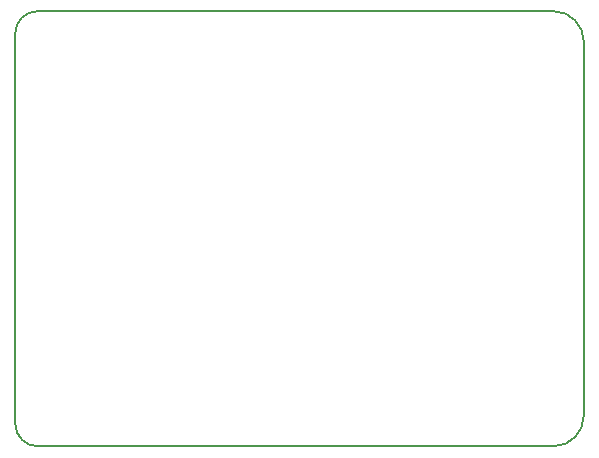
<source format=gko>
%TF.GenerationSoftware,KiCad,Pcbnew,4.0.5-e0-6337~49~ubuntu16.04.1*%
%TF.CreationDate,2017-08-14T14:58:42-07:00*%
%TF.ProjectId,atsamd21g18-breakout,617473616D6432316731382D62726561,1.0*%
%TF.FileFunction,Profile,NP*%
%FSLAX46Y46*%
G04 Gerber Fmt 4.6, Leading zero omitted, Abs format (unit mm)*
G04 Created by KiCad (PCBNEW 4.0.5-e0-6337~49~ubuntu16.04.1) date Mon Aug 14 14:58:42 2017*
%MOMM*%
%LPD*%
G01*
G04 APERTURE LIST*
%ADD10C,0.350000*%
%ADD11C,0.152400*%
G04 APERTURE END LIST*
D10*
D11*
X21564600Y-27711400D02*
G75*
G03X19659600Y-29616400I0J-1905000D01*
G01*
X19659600Y-62636400D02*
G75*
G03X21564600Y-64541400I1905000J0D01*
G01*
X65252600Y-64541400D02*
G75*
G03X67792600Y-62001400I0J2540000D01*
G01*
X67792600Y-30251400D02*
G75*
G03X65252600Y-27711400I-2540000J0D01*
G01*
X65252600Y-27711400D02*
X21564600Y-27711400D01*
X67792600Y-62001400D02*
X67792600Y-30251400D01*
X21564600Y-64541400D02*
X65252600Y-64541400D01*
X19659600Y-29616400D02*
X19659600Y-62636400D01*
M02*

</source>
